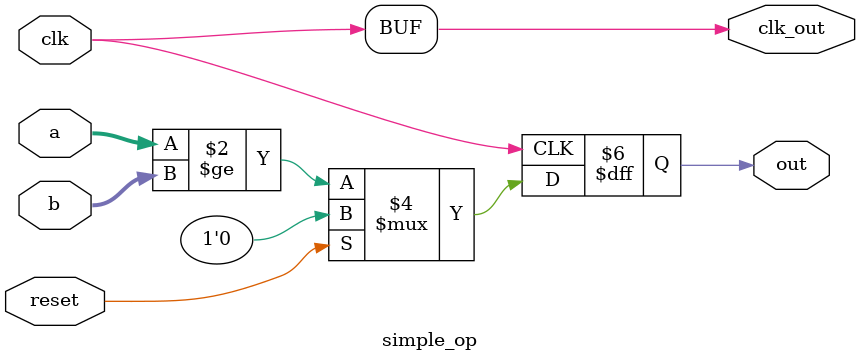
<source format=v>
module simple_op(
    clk,
    reset,
    a,
    b,
    out,
    clk_out
    );

    input   clk;
    input   reset;
    input   [1:0] a,b;

    output  out;
    output  clk_out;

    assign clk_out = clk;

    always @(posedge clk)
    begin
        case(reset)
            1'b0:       
            begin
                out <= (a >= b);
            end    
            default: out <= 1'b0;
        endcase
    end
endmodule
</source>
